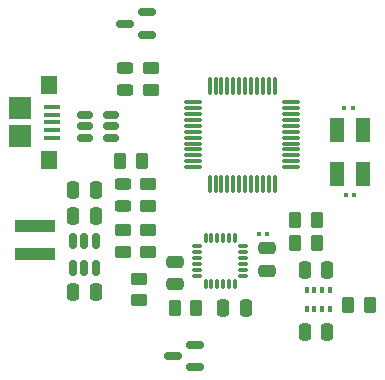
<source format=gbr>
%TF.GenerationSoftware,KiCad,Pcbnew,7.0.6-1.fc38*%
%TF.CreationDate,2023-08-03T18:28:49+02:00*%
%TF.ProjectId,quadcopter-flight-controler,71756164-636f-4707-9465-722d666c6967,rev?*%
%TF.SameCoordinates,Original*%
%TF.FileFunction,Paste,Top*%
%TF.FilePolarity,Positive*%
%FSLAX46Y46*%
G04 Gerber Fmt 4.6, Leading zero omitted, Abs format (unit mm)*
G04 Created by KiCad (PCBNEW 7.0.6-1.fc38) date 2023-08-03 18:28:49*
%MOMM*%
%LPD*%
G01*
G04 APERTURE LIST*
G04 Aperture macros list*
%AMRoundRect*
0 Rectangle with rounded corners*
0 $1 Rounding radius*
0 $2 $3 $4 $5 $6 $7 $8 $9 X,Y pos of 4 corners*
0 Add a 4 corners polygon primitive as box body*
4,1,4,$2,$3,$4,$5,$6,$7,$8,$9,$2,$3,0*
0 Add four circle primitives for the rounded corners*
1,1,$1+$1,$2,$3*
1,1,$1+$1,$4,$5*
1,1,$1+$1,$6,$7*
1,1,$1+$1,$8,$9*
0 Add four rect primitives between the rounded corners*
20,1,$1+$1,$2,$3,$4,$5,0*
20,1,$1+$1,$4,$5,$6,$7,0*
20,1,$1+$1,$6,$7,$8,$9,0*
20,1,$1+$1,$8,$9,$2,$3,0*%
G04 Aperture macros list end*
%ADD10R,0.350000X0.500000*%
%ADD11RoundRect,0.250000X0.475000X-0.250000X0.475000X0.250000X-0.475000X0.250000X-0.475000X-0.250000X0*%
%ADD12RoundRect,0.243750X-0.456250X0.243750X-0.456250X-0.243750X0.456250X-0.243750X0.456250X0.243750X0*%
%ADD13R,3.400000X0.980000*%
%ADD14RoundRect,0.250000X-0.250000X-0.475000X0.250000X-0.475000X0.250000X0.475000X-0.250000X0.475000X0*%
%ADD15RoundRect,0.250000X-0.450000X0.262500X-0.450000X-0.262500X0.450000X-0.262500X0.450000X0.262500X0*%
%ADD16RoundRect,0.075000X0.662500X0.075000X-0.662500X0.075000X-0.662500X-0.075000X0.662500X-0.075000X0*%
%ADD17RoundRect,0.075000X0.075000X0.662500X-0.075000X0.662500X-0.075000X-0.662500X0.075000X-0.662500X0*%
%ADD18RoundRect,0.150000X0.587500X0.150000X-0.587500X0.150000X-0.587500X-0.150000X0.587500X-0.150000X0*%
%ADD19R,1.200000X2.000000*%
%ADD20R,1.350000X0.400000*%
%ADD21R,1.400000X1.600000*%
%ADD22R,1.900000X1.900000*%
%ADD23RoundRect,0.250000X0.450000X-0.262500X0.450000X0.262500X-0.450000X0.262500X-0.450000X-0.262500X0*%
%ADD24RoundRect,0.250000X0.250000X0.475000X-0.250000X0.475000X-0.250000X-0.475000X0.250000X-0.475000X0*%
%ADD25RoundRect,0.075000X-0.350000X-0.075000X0.350000X-0.075000X0.350000X0.075000X-0.350000X0.075000X0*%
%ADD26RoundRect,0.075000X0.075000X-0.350000X0.075000X0.350000X-0.075000X0.350000X-0.075000X-0.350000X0*%
%ADD27RoundRect,0.250000X0.262500X0.450000X-0.262500X0.450000X-0.262500X-0.450000X0.262500X-0.450000X0*%
%ADD28RoundRect,0.079500X0.079500X0.100500X-0.079500X0.100500X-0.079500X-0.100500X0.079500X-0.100500X0*%
%ADD29RoundRect,0.250000X-0.262500X-0.450000X0.262500X-0.450000X0.262500X0.450000X-0.262500X0.450000X0*%
%ADD30RoundRect,0.079500X-0.079500X-0.100500X0.079500X-0.100500X0.079500X0.100500X-0.079500X0.100500X0*%
%ADD31RoundRect,0.150000X0.512500X0.150000X-0.512500X0.150000X-0.512500X-0.150000X0.512500X-0.150000X0*%
%ADD32RoundRect,0.150000X-0.150000X0.512500X-0.150000X-0.512500X0.150000X-0.512500X0.150000X0.512500X0*%
G04 APERTURE END LIST*
D10*
%TO.C,U6*%
X163050000Y-113050000D03*
X163700000Y-113050000D03*
X164350000Y-113050000D03*
X165000000Y-113050000D03*
X165000000Y-114650000D03*
X164350000Y-114650000D03*
X163700000Y-114650000D03*
X163050000Y-114650000D03*
%TD*%
D11*
%TO.C,C14*%
X159700000Y-111400000D03*
X159700000Y-109500000D03*
%TD*%
D12*
%TO.C,D6*%
X147700000Y-94262500D03*
X147700000Y-96137500D03*
%TD*%
D11*
%TO.C,C2*%
X151900000Y-112550000D03*
X151900000Y-110650000D03*
%TD*%
D13*
%TO.C,L1*%
X140050000Y-110000000D03*
X140050000Y-107630000D03*
%TD*%
D14*
%TO.C,C13*%
X143300000Y-106815000D03*
X145200000Y-106815000D03*
%TD*%
%TO.C,C1*%
X143300000Y-104615000D03*
X145200000Y-104615000D03*
%TD*%
%TO.C,C15*%
X156000000Y-114550000D03*
X157900000Y-114550000D03*
%TD*%
D15*
%TO.C,R18*%
X149900000Y-94287500D03*
X149900000Y-96112500D03*
%TD*%
%TO.C,R7*%
X149600000Y-104087500D03*
X149600000Y-105912500D03*
%TD*%
D12*
%TO.C,D1*%
X147500000Y-104062500D03*
X147500000Y-105937500D03*
%TD*%
D16*
%TO.C,U2*%
X161762500Y-102650000D03*
X161762500Y-102150000D03*
X161762500Y-101650000D03*
X161762500Y-101150000D03*
X161762500Y-100650000D03*
X161762500Y-100150000D03*
X161762500Y-99650000D03*
X161762500Y-99150000D03*
X161762500Y-98650000D03*
X161762500Y-98150000D03*
X161762500Y-97650000D03*
X161762500Y-97150000D03*
D17*
X160350000Y-95737500D03*
X159850000Y-95737500D03*
X159350000Y-95737500D03*
X158850000Y-95737500D03*
X158350000Y-95737500D03*
X157850000Y-95737500D03*
X157350000Y-95737500D03*
X156850000Y-95737500D03*
X156350000Y-95737500D03*
X155850000Y-95737500D03*
X155350000Y-95737500D03*
X154850000Y-95737500D03*
D16*
X153437500Y-97150000D03*
X153437500Y-97650000D03*
X153437500Y-98150000D03*
X153437500Y-98650000D03*
X153437500Y-99150000D03*
X153437500Y-99650000D03*
X153437500Y-100150000D03*
X153437500Y-100650000D03*
X153437500Y-101150000D03*
X153437500Y-101650000D03*
X153437500Y-102150000D03*
X153437500Y-102650000D03*
D17*
X154850000Y-104062500D03*
X155350000Y-104062500D03*
X155850000Y-104062500D03*
X156350000Y-104062500D03*
X156850000Y-104062500D03*
X157350000Y-104062500D03*
X157850000Y-104062500D03*
X158350000Y-104062500D03*
X158850000Y-104062500D03*
X159350000Y-104062500D03*
X159850000Y-104062500D03*
X160350000Y-104062500D03*
%TD*%
D18*
%TO.C,Q6*%
X149575000Y-91450000D03*
X149575000Y-89550000D03*
X147700000Y-90500000D03*
%TD*%
D19*
%TO.C,Y1*%
X165600000Y-99500000D03*
X165600000Y-103200000D03*
X167800000Y-103200000D03*
X167800000Y-99500000D03*
%TD*%
D20*
%TO.C,J2*%
X141500000Y-97550000D03*
X141500000Y-98200000D03*
X141500000Y-98850000D03*
X141500000Y-99500000D03*
X141500000Y-100150000D03*
D21*
X141275000Y-95650000D03*
X141275000Y-102050000D03*
D22*
X138825000Y-100050000D03*
X138825000Y-97650000D03*
%TD*%
D23*
%TO.C,R3*%
X148900000Y-113912500D03*
X148900000Y-112087500D03*
%TD*%
D24*
%TO.C,C18*%
X164800000Y-111350000D03*
X162900000Y-111350000D03*
%TD*%
D14*
%TO.C,C12*%
X143300000Y-113215000D03*
X145200000Y-113215000D03*
%TD*%
D25*
%TO.C,U5*%
X153800000Y-109350000D03*
X153800000Y-109850000D03*
X153800000Y-110350000D03*
X153800000Y-110850000D03*
X153800000Y-111350000D03*
X153800000Y-111850000D03*
D26*
X154500000Y-112550000D03*
X155000000Y-112550000D03*
X155500000Y-112550000D03*
X156000000Y-112550000D03*
X156500000Y-112550000D03*
X157000000Y-112550000D03*
D25*
X157700000Y-111850000D03*
X157700000Y-111350000D03*
X157700000Y-110850000D03*
X157700000Y-110350000D03*
X157700000Y-109850000D03*
X157700000Y-109350000D03*
D26*
X157000000Y-108650000D03*
X156500000Y-108650000D03*
X156000000Y-108650000D03*
X155500000Y-108650000D03*
X155000000Y-108650000D03*
X154500000Y-108650000D03*
%TD*%
D27*
%TO.C,R1*%
X163925000Y-109100000D03*
X162100000Y-109100000D03*
%TD*%
D23*
%TO.C,R6*%
X149600000Y-109825000D03*
X149600000Y-108000000D03*
%TD*%
D28*
%TO.C,C11*%
X166945000Y-97645000D03*
X166255000Y-97645000D03*
%TD*%
D29*
%TO.C,R9*%
X166600000Y-114300000D03*
X168425000Y-114300000D03*
%TD*%
D14*
%TO.C,C17*%
X162900000Y-116600000D03*
X164800000Y-116600000D03*
%TD*%
D30*
%TO.C,C10*%
X166355000Y-105045000D03*
X167045000Y-105045000D03*
%TD*%
%TO.C,C16*%
X159055000Y-108300000D03*
X159745000Y-108300000D03*
%TD*%
D27*
%TO.C,R2*%
X149100000Y-102100000D03*
X147275000Y-102100000D03*
%TD*%
D23*
%TO.C,R5*%
X147500000Y-109825000D03*
X147500000Y-108000000D03*
%TD*%
D27*
%TO.C,R4*%
X163925000Y-107100000D03*
X162100000Y-107100000D03*
%TD*%
%TO.C,R8*%
X153712500Y-114550000D03*
X151887500Y-114550000D03*
%TD*%
D18*
%TO.C,Q5*%
X153600000Y-119600000D03*
X153600000Y-117700000D03*
X151725000Y-118650000D03*
%TD*%
D31*
%TO.C,U3*%
X146537500Y-100150000D03*
X146537500Y-99200000D03*
X146537500Y-98250000D03*
X144262500Y-98250000D03*
X144262500Y-99200000D03*
X144262500Y-100150000D03*
%TD*%
D32*
%TO.C,U1*%
X145200000Y-108877500D03*
X144250000Y-108877500D03*
X143300000Y-108877500D03*
X143300000Y-111152500D03*
X144250000Y-111152500D03*
X145200000Y-111152500D03*
%TD*%
M02*

</source>
